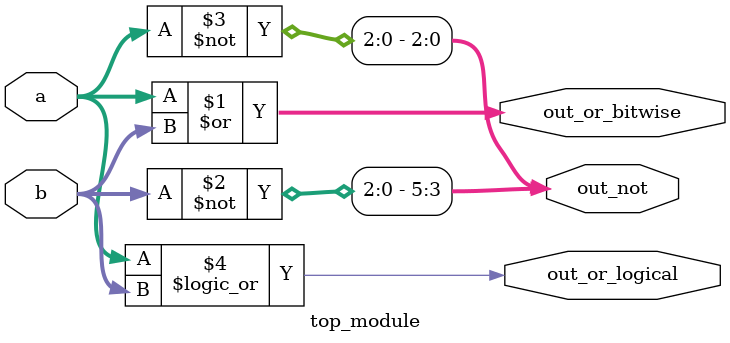
<source format=v>
module top_module( 
    input [2:0] a,
    input [2:0] b,
    output [2:0] out_or_bitwise,
    output out_or_logical,
    output [5:0] out_not
);
    assign out_or_bitwise= a|b;
    assign out_not[5:3]=~b;
    assign out_not[2:0]=~a;
    assign out_or_logical=a||b;

endmodule
</source>
